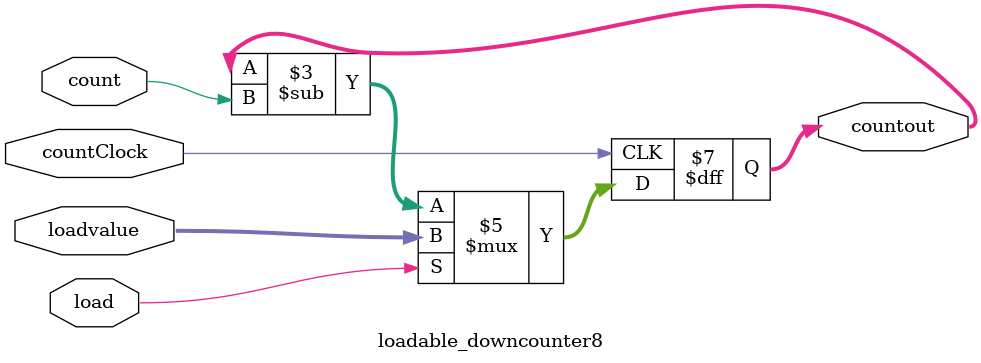
<source format=v>
`default_nettype none

module loadable_downcounter8 ( countClock, count, loadvalue, load, countout);

	input wire countClock;
	input wire count;
	input wire [7:0] loadvalue;
	input wire load;
	(* EQUIVALENT_REGISTER_REMOVAL="NO" *) output reg [7:0] countout;

		always@(posedge countClock) 
		begin

			if (load == 1'b1) countout <= loadvalue;
			else countout <= countout - count;

		end
	
endmodule

</source>
